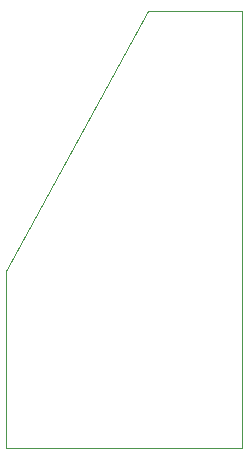
<source format=gbr>
%TF.GenerationSoftware,KiCad,Pcbnew,7.0.5*%
%TF.CreationDate,2023-10-11T12:04:10-04:00*%
%TF.ProjectId,Probe,50726f62-652e-46b6-9963-61645f706362,rev?*%
%TF.SameCoordinates,Original*%
%TF.FileFunction,Profile,NP*%
%FSLAX46Y46*%
G04 Gerber Fmt 4.6, Leading zero omitted, Abs format (unit mm)*
G04 Created by KiCad (PCBNEW 7.0.5) date 2023-10-11 12:04:10*
%MOMM*%
%LPD*%
G01*
G04 APERTURE LIST*
%TA.AperFunction,Profile*%
%ADD10C,0.050000*%
%TD*%
G04 APERTURE END LIST*
D10*
X140000000Y-111500000D02*
X120000000Y-111500000D01*
X120000000Y-96500000D01*
X132000000Y-74500000D01*
X140000000Y-74500000D01*
X140000000Y-111500000D01*
M02*

</source>
